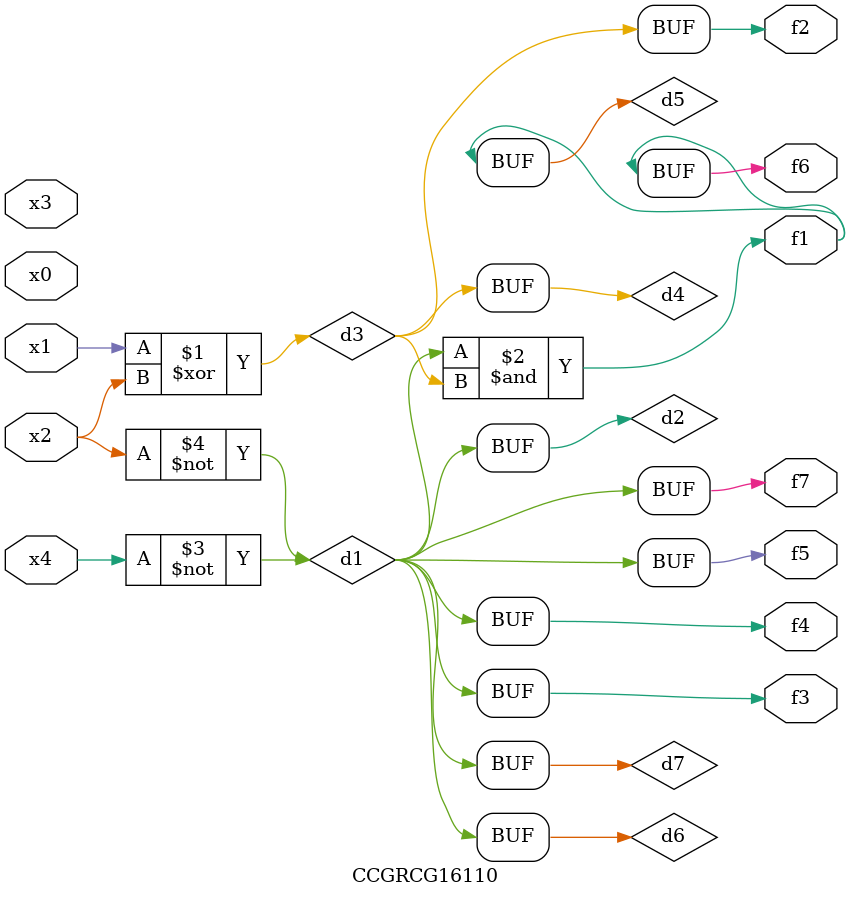
<source format=v>
module CCGRCG16110(
	input x0, x1, x2, x3, x4,
	output f1, f2, f3, f4, f5, f6, f7
);

	wire d1, d2, d3, d4, d5, d6, d7;

	not (d1, x4);
	not (d2, x2);
	xor (d3, x1, x2);
	buf (d4, d3);
	and (d5, d1, d3);
	buf (d6, d1, d2);
	buf (d7, d2);
	assign f1 = d5;
	assign f2 = d4;
	assign f3 = d7;
	assign f4 = d7;
	assign f5 = d7;
	assign f6 = d5;
	assign f7 = d7;
endmodule

</source>
